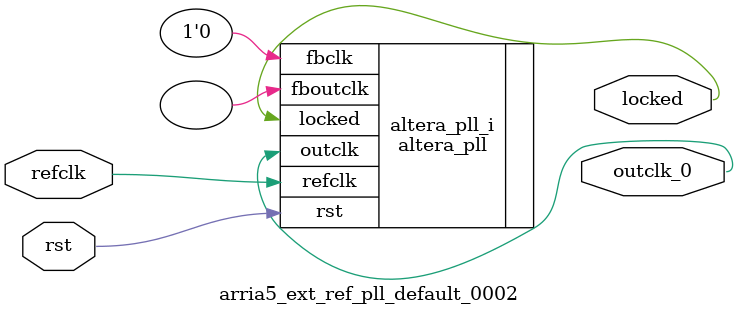
<source format=v>
`timescale 1ns/10ps
module  arria5_ext_ref_pll_default_0002(

	// interface 'refclk'
	input wire refclk,

	// interface 'reset'
	input wire rst,

	// interface 'outclk0'
	output wire outclk_0,

	// interface 'locked'
	output wire locked
);

	altera_pll #(
		.fractional_vco_multiplier("false"),
		.reference_clock_frequency("10.0 MHz"),
		.operation_mode("direct"),
		.number_of_clocks(1),
		.output_clock_frequency0("125.000000 MHz"),
		.phase_shift0("0 ps"),
		.duty_cycle0(50),
		.output_clock_frequency1("0 MHz"),
		.phase_shift1("0 ps"),
		.duty_cycle1(50),
		.output_clock_frequency2("0 MHz"),
		.phase_shift2("0 ps"),
		.duty_cycle2(50),
		.output_clock_frequency3("0 MHz"),
		.phase_shift3("0 ps"),
		.duty_cycle3(50),
		.output_clock_frequency4("0 MHz"),
		.phase_shift4("0 ps"),
		.duty_cycle4(50),
		.output_clock_frequency5("0 MHz"),
		.phase_shift5("0 ps"),
		.duty_cycle5(50),
		.output_clock_frequency6("0 MHz"),
		.phase_shift6("0 ps"),
		.duty_cycle6(50),
		.output_clock_frequency7("0 MHz"),
		.phase_shift7("0 ps"),
		.duty_cycle7(50),
		.output_clock_frequency8("0 MHz"),
		.phase_shift8("0 ps"),
		.duty_cycle8(50),
		.output_clock_frequency9("0 MHz"),
		.phase_shift9("0 ps"),
		.duty_cycle9(50),
		.output_clock_frequency10("0 MHz"),
		.phase_shift10("0 ps"),
		.duty_cycle10(50),
		.output_clock_frequency11("0 MHz"),
		.phase_shift11("0 ps"),
		.duty_cycle11(50),
		.output_clock_frequency12("0 MHz"),
		.phase_shift12("0 ps"),
		.duty_cycle12(50),
		.output_clock_frequency13("0 MHz"),
		.phase_shift13("0 ps"),
		.duty_cycle13(50),
		.output_clock_frequency14("0 MHz"),
		.phase_shift14("0 ps"),
		.duty_cycle14(50),
		.output_clock_frequency15("0 MHz"),
		.phase_shift15("0 ps"),
		.duty_cycle15(50),
		.output_clock_frequency16("0 MHz"),
		.phase_shift16("0 ps"),
		.duty_cycle16(50),
		.output_clock_frequency17("0 MHz"),
		.phase_shift17("0 ps"),
		.duty_cycle17(50),
		.pll_type("General"),
		.pll_subtype("General")
	) altera_pll_i (
		.rst	(rst),
		.outclk	({outclk_0}),
		.locked	(locked),
		.fboutclk	( ),
		.fbclk	(1'b0),
		.refclk	(refclk)
	);
endmodule


</source>
